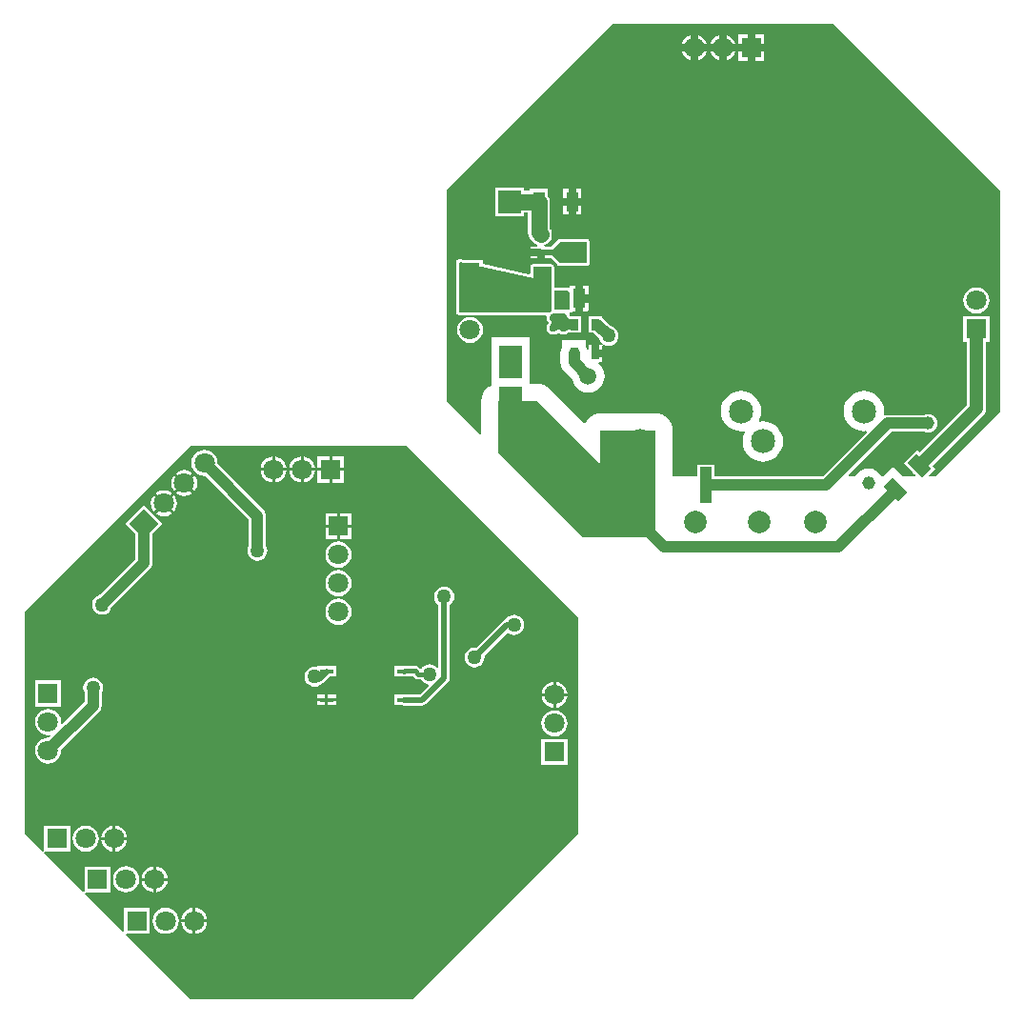
<source format=gbl>
G04 Layer_Physical_Order=2*
G04 Layer_Color=16711680*
%FSLAX44Y44*%
%MOMM*%
G71*
G01*
G75*
%ADD11R,1.1120X1.8034*%
%ADD20C,1.0000*%
%ADD21C,0.5000*%
%ADD22C,0.4000*%
%ADD24C,1.8000*%
%ADD25R,1.8000X1.8000*%
%ADD26P,2.5456X4X90.0*%
%ADD27R,1.8000X1.8000*%
%ADD28C,1.1684*%
%ADD29C,2.0000*%
%ADD30C,2.1590*%
%ADD31R,2.0000X2.0000*%
%ADD32R,2.0000X3.0000*%
%ADD33C,1.5000*%
%ADD34C,0.7000*%
%ADD35C,1.2700*%
%ADD36R,1.2080X0.4564*%
G04:AMPARAMS|DCode=37|XSize=1.112mm|YSize=1.8034mm|CornerRadius=0mm|HoleSize=0mm|Usage=FLASHONLY|Rotation=45.000|XOffset=0mm|YOffset=0mm|HoleType=Round|Shape=Rectangle|*
%AMROTATEDRECTD37*
4,1,4,0.2445,-1.0308,-1.0308,0.2445,-0.2445,1.0308,1.0308,-0.2445,0.2445,-1.0308,0.0*
%
%ADD37ROTATEDRECTD37*%

%ADD38R,1.0128X3.2004*%
%ADD39R,0.7000X1.0000*%
%ADD40R,1.3938X0.4826*%
%ADD41R,1.3938X0.5588*%
%ADD42C,1.2000*%
%ADD43C,1.4000*%
G36*
X871115Y723391D02*
Y526609D01*
X813506Y469000D01*
X808003D01*
X807517Y470173D01*
X813476Y476132D01*
X811395Y478214D01*
X856091Y522909D01*
X857460Y524693D01*
X858320Y526771D01*
X858614Y529000D01*
Y588460D01*
X861540D01*
Y611540D01*
X838460D01*
Y588460D01*
X841386D01*
Y532568D01*
X799214Y490395D01*
X797132Y492477D01*
X785677Y481021D01*
X791897Y474802D01*
X792117Y474270D01*
X793486Y472486D01*
X795270Y471117D01*
X795652Y470959D01*
X796103Y470243D01*
X795491Y469000D01*
X784609D01*
X775979Y477630D01*
X767348Y469000D01*
X765415D01*
X765217Y469476D01*
X763159Y472159D01*
X760476Y474217D01*
X757352Y475511D01*
X754000Y475953D01*
X750648Y475511D01*
X747523Y474217D01*
X744841Y472159D01*
X742783Y469476D01*
X742585Y469000D01*
X736652D01*
X736165Y470173D01*
X774420Y508428D01*
X803490D01*
X804845Y507867D01*
X807033Y507579D01*
X809221Y507867D01*
X811260Y508711D01*
X813011Y510055D01*
X814355Y511806D01*
X815199Y513845D01*
X815487Y516033D01*
X815199Y518221D01*
X814355Y520260D01*
X813011Y522011D01*
X811260Y523355D01*
X809221Y524199D01*
X807033Y524487D01*
X804845Y524199D01*
X803490Y523638D01*
X771270D01*
X769302Y523379D01*
X768752Y523151D01*
X768509Y523223D01*
X767700Y523853D01*
X767590Y524045D01*
X767881Y527000D01*
X767538Y530488D01*
X766520Y533843D01*
X764868Y536934D01*
X762644Y539644D01*
X759934Y541868D01*
X756843Y543520D01*
X753488Y544538D01*
X750000Y544881D01*
X746512Y544538D01*
X743157Y543520D01*
X740066Y541868D01*
X737356Y539644D01*
X735132Y536934D01*
X733480Y533843D01*
X732462Y530488D01*
X732119Y527000D01*
X732462Y523512D01*
X733480Y520157D01*
X735132Y517066D01*
X737356Y514356D01*
X740066Y512132D01*
X743157Y510480D01*
X746512Y509462D01*
X750000Y509119D01*
X752002Y509316D01*
X752579Y508097D01*
X713482Y469000D01*
X617544D01*
Y479542D01*
X602336D01*
Y469000D01*
X580073D01*
Y510000D01*
X579783Y512940D01*
X578925Y515768D01*
X577532Y518374D01*
X575658Y520658D01*
X573374Y522532D01*
X570768Y523925D01*
X567940Y524783D01*
X565000Y525073D01*
X516000D01*
X513060Y524783D01*
X510232Y523925D01*
X507626Y522532D01*
X505342Y520658D01*
X503468Y518374D01*
X502517Y516595D01*
X500954Y516362D01*
X470658Y546658D01*
X468374Y548532D01*
X465768Y549925D01*
X462940Y550783D01*
X460000Y551073D01*
X453000D01*
Y593000D01*
X419000D01*
Y549801D01*
X416626Y548532D01*
X414342Y546658D01*
X412468Y544374D01*
X411075Y541768D01*
X410217Y538941D01*
X409927Y536000D01*
Y506732D01*
X408754Y506246D01*
X378885Y536115D01*
Y723391D01*
X526609Y871115D01*
X723391D01*
X871115Y723391D01*
D02*
G37*
G36*
X513900Y482100D02*
X514730Y481270D01*
X516000Y480000D01*
X516000Y481000D01*
X516000Y481796D01*
Y481796D01*
Y481796D01*
X516000D01*
Y510000D01*
X565000D01*
Y417000D01*
Y415000D01*
X500000D01*
X425000Y490000D01*
Y536000D01*
X460000D01*
X513900Y482100D01*
D02*
G37*
G36*
X496115Y343885D02*
Y150877D01*
X349123Y3885D01*
X151609D01*
X121497Y33997D01*
X94257Y61237D01*
X94743Y62410D01*
X115490D01*
Y85490D01*
X92410D01*
Y64743D01*
X91237Y64257D01*
X57584Y97910D01*
X58110Y99180D01*
X80320D01*
Y122260D01*
X57240D01*
Y100049D01*
X55970Y99523D01*
X21314Y134180D01*
X21880Y135410D01*
X22485Y135410D01*
X44490D01*
Y158490D01*
X21410D01*
Y136574D01*
X21410Y135880D01*
X20180Y135314D01*
X3885Y151609D01*
Y348391D01*
X151609Y496115D01*
X343885D01*
X496115Y343885D01*
D02*
G37*
%LPC*%
G36*
X499058Y709500D02*
X494458D01*
Y701443D01*
X499058D01*
Y709500D01*
D02*
G37*
G36*
X487458D02*
X482858D01*
Y701443D01*
X487458D01*
Y709500D01*
D02*
G37*
G36*
Y724557D02*
X482858D01*
Y716500D01*
X487458D01*
Y724557D01*
D02*
G37*
G36*
X646500Y846500D02*
X638460D01*
Y838460D01*
X646500D01*
Y846500D01*
D02*
G37*
G36*
X499058Y724557D02*
X494458D01*
Y716500D01*
X499058D01*
Y724557D01*
D02*
G37*
G36*
X505058Y638557D02*
X500458D01*
Y630500D01*
X505058D01*
Y638557D01*
D02*
G37*
G36*
Y623500D02*
X500458D01*
Y615443D01*
X505058D01*
Y623500D01*
D02*
G37*
G36*
X447540Y725540D02*
X422460D01*
Y700460D01*
X447540D01*
Y703378D01*
X451420D01*
Y685735D01*
X451748Y683245D01*
X452146Y682283D01*
X452709Y680924D01*
X453568Y679804D01*
Y678747D01*
X454422D01*
X456273Y676896D01*
X458266Y675367D01*
X460107Y674604D01*
X459855Y673334D01*
X453568D01*
Y671500D01*
X463077D01*
Y668000D01*
X466577D01*
Y662666D01*
X469796D01*
X470046Y662616D01*
X472469D01*
X477800Y656848D01*
X477842Y656818D01*
X477871Y656775D01*
X478249Y656522D01*
X478618Y656254D01*
X478668Y656242D01*
X478711Y656213D01*
X479157Y656125D01*
X479600Y656018D01*
X479651Y656026D01*
X479702Y656016D01*
X504026D01*
X505017Y656213D01*
X505857Y656775D01*
X506419Y657615D01*
X506616Y658606D01*
Y677394D01*
X506419Y678385D01*
X505857Y679225D01*
X505017Y679787D01*
X504026Y679984D01*
X479702D01*
X479677Y679979D01*
X479652Y679983D01*
X479183Y679881D01*
X478711Y679787D01*
X478690Y679772D01*
X478665Y679767D01*
X478271Y679492D01*
X477871Y679225D01*
X477857Y679204D01*
X477836Y679190D01*
X472250Y673384D01*
X470046D01*
X469796Y673334D01*
X466299D01*
X466046Y674604D01*
X467888Y675367D01*
X469881Y676896D01*
X471301Y678747D01*
X472586D01*
Y682839D01*
X472699Y683700D01*
X472586Y684561D01*
Y688653D01*
X471301D01*
X470664Y689483D01*
Y713000D01*
X470336Y715490D01*
X469375Y717811D01*
X469142Y718115D01*
Y724557D01*
X452942D01*
Y722622D01*
X447540D01*
Y725540D01*
D02*
G37*
G36*
X459577Y664500D02*
X453568D01*
Y662666D01*
X459577D01*
Y664500D01*
D02*
G37*
G36*
X391281Y662348D02*
X390920Y662317D01*
X390556Y662327D01*
X390420Y662275D01*
X390275Y662263D01*
X389952Y662096D01*
X389613Y661966D01*
X389507Y661866D01*
X389377Y661798D01*
X389053Y661540D01*
X388460D01*
Y661067D01*
X388384Y661006D01*
X388290Y660894D01*
X388169Y660813D01*
X387967Y660511D01*
X387733Y660234D01*
X387688Y660095D01*
X387607Y659973D01*
X387537Y659617D01*
X387426Y659271D01*
X387439Y659125D01*
X387410Y658982D01*
Y615000D01*
X387607Y614009D01*
X388169Y613169D01*
X389009Y612607D01*
X390000Y612410D01*
X467026D01*
X468069Y611140D01*
X467842Y610000D01*
X468310Y607643D01*
X469645Y605645D01*
Y605355D01*
X468310Y603357D01*
X467842Y601000D01*
X468310Y598643D01*
X469645Y596645D01*
X471643Y595310D01*
X474000Y594842D01*
X476357Y595310D01*
X478355Y596645D01*
X478645D01*
X480643Y595310D01*
X483000Y594842D01*
X485357Y595310D01*
X487137Y596500D01*
X495960D01*
Y596460D01*
X498500D01*
Y596499D01*
X498501D01*
Y604000D01*
Y611501D01*
X498500D01*
Y611540D01*
X495960D01*
Y611500D01*
X488860D01*
X488689Y612357D01*
X488166Y613140D01*
X488845Y614410D01*
X488858D01*
X489849Y614607D01*
X490689Y615169D01*
X490872Y615443D01*
X493458D01*
Y627000D01*
Y638557D01*
X488858D01*
Y637341D01*
X488626Y637087D01*
X487588Y636473D01*
X487000Y636590D01*
X475142D01*
Y638557D01*
X474590D01*
Y655000D01*
X474393Y655991D01*
X473831Y656831D01*
X472991Y657393D01*
X472000Y657590D01*
X456000D01*
X455009Y657393D01*
X454800Y657253D01*
X453568D01*
Y655793D01*
X453410Y655000D01*
Y649262D01*
X452418Y648470D01*
X411540Y657760D01*
Y661540D01*
X394910D01*
X391567Y662300D01*
X391421Y662304D01*
X391281Y662348D01*
D02*
G37*
G36*
X661540Y846500D02*
X653500D01*
Y838460D01*
X661540D01*
Y846500D01*
D02*
G37*
G36*
X621100Y861041D02*
X618780Y860080D01*
X616370Y858230D01*
X614520Y855820D01*
X613559Y853500D01*
X621100D01*
Y861041D01*
D02*
G37*
G36*
X595700D02*
X593380Y860080D01*
X590970Y858230D01*
X589120Y855820D01*
X588159Y853500D01*
X595700D01*
Y861041D01*
D02*
G37*
G36*
X661540Y861540D02*
X653500D01*
Y853500D01*
X661540D01*
Y861540D01*
D02*
G37*
G36*
X628100Y861041D02*
Y853500D01*
X635641D01*
X634680Y855820D01*
X632830Y858230D01*
X630420Y860080D01*
X628100Y861041D01*
D02*
G37*
G36*
X602700D02*
Y853500D01*
X610241D01*
X609280Y855820D01*
X607430Y858230D01*
X605020Y860080D01*
X602700Y861041D01*
D02*
G37*
G36*
X621100Y846500D02*
X613559D01*
X614520Y844180D01*
X616370Y841770D01*
X618780Y839920D01*
X621100Y838959D01*
Y846500D01*
D02*
G37*
G36*
X595700D02*
X588159D01*
X589120Y844180D01*
X590970Y841770D01*
X593380Y839920D01*
X595700Y838959D01*
Y846500D01*
D02*
G37*
G36*
X610241D02*
X602700D01*
Y838959D01*
X605020Y839920D01*
X607430Y841770D01*
X609280Y844180D01*
X610241Y846500D01*
D02*
G37*
G36*
X646500Y861540D02*
X638460D01*
Y853500D01*
X646500D01*
Y861540D01*
D02*
G37*
G36*
X635641Y846500D02*
X628100D01*
Y838959D01*
X630420Y839920D01*
X632830Y841770D01*
X634680Y844180D01*
X635641Y846500D01*
D02*
G37*
G36*
X400000Y610840D02*
X396987Y610443D01*
X394180Y609280D01*
X391770Y607430D01*
X389920Y605020D01*
X388757Y602212D01*
X388360Y599200D01*
X388757Y596188D01*
X389920Y593380D01*
X391770Y590970D01*
X394180Y589120D01*
X396987Y587957D01*
X400000Y587560D01*
X403013Y587957D01*
X405820Y589120D01*
X408230Y590970D01*
X410080Y593380D01*
X411243Y596188D01*
X411640Y599200D01*
X411243Y602212D01*
X410080Y605020D01*
X408230Y607430D01*
X405820Y609280D01*
X403013Y610443D01*
X400000Y610840D01*
D02*
G37*
G36*
X492500Y590104D02*
X491713Y590000D01*
X482000D01*
Y584008D01*
X480809Y581133D01*
X480396Y578000D01*
Y570500D01*
X480809Y567367D01*
X482018Y564448D01*
X483941Y561941D01*
X490752Y555130D01*
X490873Y554215D01*
X492334Y550687D01*
X494658Y547659D01*
X497687Y545334D01*
X501214Y543873D01*
X505000Y543375D01*
X508785Y543873D01*
X512312Y545334D01*
X515341Y547659D01*
X517665Y550687D01*
X519127Y554215D01*
X519625Y558000D01*
X519127Y561785D01*
X517665Y565313D01*
X515341Y568341D01*
X514148Y569257D01*
X514556Y570460D01*
X517540D01*
Y574500D01*
X511500D01*
Y578000D01*
X508000D01*
Y585540D01*
X505460D01*
Y581224D01*
X504191Y581133D01*
X503000Y584008D01*
Y590000D01*
X493287D01*
X492500Y590104D01*
D02*
G37*
G36*
X850000Y637039D02*
X846987Y636643D01*
X844180Y635480D01*
X841770Y633630D01*
X839920Y631220D01*
X838757Y628413D01*
X838360Y625400D01*
X838757Y622388D01*
X839920Y619580D01*
X841770Y617170D01*
X844180Y615320D01*
X846987Y614157D01*
X850000Y613760D01*
X853012Y614157D01*
X855820Y615320D01*
X858230Y617170D01*
X860080Y619580D01*
X861243Y622388D01*
X861639Y625400D01*
X861243Y628413D01*
X860080Y631220D01*
X858230Y633630D01*
X855820Y635480D01*
X853012Y636643D01*
X850000Y637039D01*
D02*
G37*
G36*
X513000Y611605D02*
X512202Y611500D01*
X508040D01*
Y611540D01*
X505500D01*
Y611501D01*
X505499D01*
Y604798D01*
X505395Y604000D01*
X505499Y603202D01*
Y596499D01*
X505500D01*
Y596460D01*
X508040D01*
Y596500D01*
X509745D01*
X514305Y591940D01*
X514339Y591679D01*
X515235Y589517D01*
X516660Y587660D01*
X518033Y586606D01*
X517336Y585540D01*
X516335Y585540D01*
X515000D01*
Y581500D01*
X517540D01*
Y584307D01*
X517540Y585383D01*
X518517Y586235D01*
X519110Y585989D01*
X520679Y585339D01*
X523000Y585033D01*
X525321Y585339D01*
X527483Y586235D01*
X529340Y587660D01*
X530765Y589517D01*
X531661Y591679D01*
X531967Y594000D01*
X531661Y596321D01*
X530765Y598483D01*
X529340Y600340D01*
X527483Y601765D01*
X525321Y602661D01*
X525060Y602696D01*
X518378Y609378D01*
X517500Y610051D01*
Y611500D01*
X513798D01*
X513000Y611605D01*
D02*
G37*
G36*
X640800Y544881D02*
X637312Y544538D01*
X633957Y543520D01*
X630866Y541868D01*
X628156Y539644D01*
X625932Y536934D01*
X624280Y533843D01*
X623262Y530488D01*
X622919Y527000D01*
X623262Y523512D01*
X624280Y520157D01*
X625932Y517066D01*
X628156Y514356D01*
X630866Y512132D01*
X633957Y510480D01*
X637312Y509462D01*
X640800Y509119D01*
X643604Y509395D01*
X644404Y508198D01*
X643680Y506843D01*
X642663Y503488D01*
X642319Y500000D01*
X642663Y496511D01*
X643680Y493157D01*
X645332Y490066D01*
X647556Y487356D01*
X650266Y485132D01*
X653357Y483480D01*
X656712Y482462D01*
X660200Y482119D01*
X663688Y482462D01*
X667043Y483480D01*
X670134Y485132D01*
X672844Y487356D01*
X675068Y490066D01*
X676720Y493157D01*
X677738Y496511D01*
X678081Y500000D01*
X677738Y503488D01*
X676720Y506843D01*
X675068Y509934D01*
X672844Y512644D01*
X670134Y514868D01*
X667043Y516520D01*
X663688Y517537D01*
X660200Y517881D01*
X657396Y517605D01*
X656596Y518802D01*
X657320Y520157D01*
X658337Y523512D01*
X658681Y527000D01*
X658337Y530488D01*
X657320Y533843D01*
X655668Y536934D01*
X653444Y539644D01*
X650734Y541868D01*
X647643Y543520D01*
X644288Y544538D01*
X640800Y544881D01*
D02*
G37*
%LPD*%
G36*
X504026Y658606D02*
X479702D01*
X473602Y665206D01*
X470046D01*
Y670794D01*
X473352D01*
X479702Y677394D01*
X504026D01*
Y658606D01*
D02*
G37*
G36*
X456000Y645000D02*
Y655000D01*
X472000D01*
Y634000D01*
Y615760D01*
X471643Y615690D01*
X470611Y615000D01*
X390000D01*
Y658982D01*
X390993Y659774D01*
X456000Y645000D01*
D02*
G37*
G36*
X488858Y632142D02*
Y617000D01*
X475142D01*
Y634000D01*
X487000D01*
X488858Y632142D01*
D02*
G37*
G36*
X484000Y614000D02*
X485775Y612225D01*
X485867Y612053D01*
X486013Y611702D01*
X486250Y611346D01*
X486320Y610995D01*
X486418Y610759D01*
X486467Y610509D01*
X486609Y610297D01*
X486707Y610061D01*
X486887Y609881D01*
X487029Y609669D01*
X487241Y609527D01*
X487421Y609347D01*
X487657Y609249D01*
X487869Y609107D01*
X488119Y609058D01*
X488355Y608960D01*
X488610D01*
X488860Y608910D01*
X495911D01*
Y599090D01*
X487137D01*
X486887Y599040D01*
X486632D01*
X486396Y598942D01*
X486146Y598893D01*
X485934Y598751D01*
X485698Y598653D01*
X484346Y597750D01*
X483000Y597482D01*
X481654Y597750D01*
X480084Y598799D01*
X479849Y598896D01*
X479636Y599038D01*
X479386Y599088D01*
X479151Y599185D01*
X478896D01*
X478645Y599235D01*
X478355D01*
X478104Y599185D01*
X477849D01*
X477614Y599088D01*
X477364Y599038D01*
X477151Y598896D01*
X476916Y598799D01*
X475346Y597750D01*
X474000Y597482D01*
X472654Y597750D01*
X471512Y598512D01*
X470750Y599654D01*
X470482Y601000D01*
X470750Y602346D01*
X471799Y603916D01*
X471896Y604151D01*
X472038Y604364D01*
X472088Y604614D01*
X472185Y604849D01*
Y605104D01*
X472235Y605355D01*
Y605645D01*
X472185Y605896D01*
Y606151D01*
X472088Y606386D01*
X472038Y606637D01*
X471896Y606849D01*
X471799Y607084D01*
X470750Y608654D01*
X470482Y610000D01*
X470608Y610635D01*
Y610763D01*
X470646Y610886D01*
X470620Y611144D01*
X470617Y611655D01*
X471221Y612349D01*
X471602Y612607D01*
X471814Y612749D01*
X472050Y612847D01*
X472762Y613322D01*
X472991Y613368D01*
X473203Y613510D01*
X473439Y613607D01*
X473619Y613787D01*
X473831Y613929D01*
X473895Y614024D01*
X484000Y614000D01*
D02*
G37*
%LPC*%
G36*
X438999Y345966D02*
X436678Y345661D01*
X434516Y344765D01*
X432659Y343340D01*
X431509Y341842D01*
X431033Y341747D01*
X429366Y340633D01*
X405501Y316768D01*
X403999Y316966D01*
X401678Y316661D01*
X399516Y315765D01*
X397659Y314340D01*
X396234Y312483D01*
X395338Y310320D01*
X395033Y307999D01*
X395338Y305679D01*
X396234Y303516D01*
X397659Y301659D01*
X399516Y300234D01*
X401678Y299338D01*
X403999Y299033D01*
X406320Y299338D01*
X408483Y300234D01*
X410340Y301659D01*
X411765Y303516D01*
X412660Y305679D01*
X412966Y307999D01*
X412768Y309501D01*
X433376Y330109D01*
X434516Y329234D01*
X436678Y328338D01*
X438999Y328033D01*
X441320Y328338D01*
X443483Y329234D01*
X445340Y330659D01*
X446764Y332516D01*
X447660Y334679D01*
X447966Y336999D01*
X447660Y339320D01*
X446764Y341483D01*
X445340Y343340D01*
X443483Y344765D01*
X441320Y345661D01*
X438999Y345966D01*
D02*
G37*
G36*
X283000Y360240D02*
X279988Y359843D01*
X277180Y358680D01*
X274770Y356830D01*
X272920Y354420D01*
X271757Y351613D01*
X271360Y348600D01*
X271757Y345588D01*
X272920Y342780D01*
X274770Y340370D01*
X277180Y338520D01*
X279988Y337357D01*
X283000Y336960D01*
X286012Y337357D01*
X288820Y338520D01*
X291230Y340370D01*
X293080Y342780D01*
X294243Y345588D01*
X294639Y348600D01*
X294243Y351613D01*
X293080Y354420D01*
X291230Y356830D01*
X288820Y358680D01*
X286012Y359843D01*
X283000Y360240D01*
D02*
G37*
G36*
X110040Y443359D02*
X93720Y427039D01*
X102434Y418325D01*
Y395190D01*
X70940Y363695D01*
X70679Y363661D01*
X68517Y362765D01*
X66660Y361340D01*
X65235Y359483D01*
X64339Y357321D01*
X64033Y355000D01*
X64339Y352679D01*
X65235Y350517D01*
X66660Y348660D01*
X68517Y347235D01*
X70679Y346339D01*
X73000Y346033D01*
X75321Y346339D01*
X77483Y347235D01*
X79340Y348660D01*
X80765Y350517D01*
X81661Y352679D01*
X81695Y352940D01*
X115417Y386662D01*
X116626Y388237D01*
X117385Y390071D01*
X117645Y392039D01*
Y418325D01*
X126360Y427039D01*
X110040Y443359D01*
D02*
G37*
G36*
X283000Y385639D02*
X279988Y385243D01*
X277180Y384080D01*
X274770Y382230D01*
X272920Y379820D01*
X271757Y377012D01*
X271360Y374000D01*
X271757Y370987D01*
X272920Y368180D01*
X274770Y365770D01*
X277180Y363920D01*
X279988Y362757D01*
X283000Y362360D01*
X286012Y362757D01*
X288820Y363920D01*
X291230Y365770D01*
X293080Y368180D01*
X294243Y370987D01*
X294639Y374000D01*
X294243Y377012D01*
X293080Y379820D01*
X291230Y382230D01*
X288820Y384080D01*
X286012Y385243D01*
X283000Y385639D01*
D02*
G37*
G36*
X473780Y286222D02*
X472037Y285993D01*
X469230Y284830D01*
X466820Y282980D01*
X464970Y280570D01*
X463807Y277763D01*
X463578Y276020D01*
X473780D01*
Y286222D01*
D02*
G37*
G36*
X281163Y275122D02*
X273853D01*
Y271570D01*
X281163D01*
Y275122D01*
D02*
G37*
G36*
X271313D02*
X264003D01*
Y271570D01*
X271313D01*
Y275122D01*
D02*
G37*
G36*
X272583Y300839D02*
X270991Y300522D01*
X264003D01*
Y300522D01*
X263190Y299809D01*
X261999Y299966D01*
X259679Y299661D01*
X257516Y298765D01*
X255659Y297340D01*
X254234Y295483D01*
X253338Y293320D01*
X253033Y290999D01*
X253338Y288679D01*
X254234Y286516D01*
X255659Y284659D01*
X257516Y283234D01*
X259679Y282338D01*
X261999Y282033D01*
X264320Y282338D01*
X266483Y283234D01*
X267795Y284241D01*
X267849Y284252D01*
X269516Y285366D01*
X275028Y290878D01*
X281163D01*
Y300522D01*
X274175D01*
X272583Y300839D01*
D02*
G37*
G36*
X377000Y370967D02*
X374679Y370661D01*
X372517Y369765D01*
X370660Y368340D01*
X369235Y366483D01*
X368339Y364321D01*
X368033Y362000D01*
X368339Y359679D01*
X369235Y357517D01*
X370660Y355660D01*
X371861Y354738D01*
Y299443D01*
X370591Y299012D01*
X370340Y299340D01*
X368483Y300765D01*
X366320Y301661D01*
X363999Y301966D01*
X361679Y301661D01*
X359516Y300765D01*
X357659Y299340D01*
X356893Y298341D01*
X355297Y298249D01*
X354273Y299273D01*
X352771Y300277D01*
X351000Y300629D01*
X351000Y300629D01*
X341717D01*
X341717Y300629D01*
X341179Y300522D01*
X332837D01*
Y290878D01*
X349576D01*
X350727Y289726D01*
X350727Y289726D01*
X352229Y288723D01*
X354001Y288370D01*
X356346D01*
X357659Y286659D01*
X359516Y285234D01*
X361679Y284338D01*
X362464Y284235D01*
X362873Y283032D01*
X355279Y275439D01*
X341417D01*
X339825Y275122D01*
X332837D01*
Y265478D01*
X339825D01*
X341417Y265161D01*
X357408D01*
X359374Y265553D01*
X361041Y266666D01*
X380634Y286259D01*
X381748Y287926D01*
X382139Y289892D01*
Y354738D01*
X383340Y355660D01*
X384765Y357517D01*
X385661Y359679D01*
X385967Y362000D01*
X385661Y364321D01*
X384765Y366483D01*
X383340Y368340D01*
X381483Y369765D01*
X379321Y370661D01*
X377000Y370967D01*
D02*
G37*
G36*
X476320Y286222D02*
Y276020D01*
X486522D01*
X486293Y277763D01*
X485130Y280570D01*
X483280Y282980D01*
X480870Y284830D01*
X478063Y285993D01*
X476320Y286222D01*
D02*
G37*
G36*
X128000Y443204D02*
X120786Y435990D01*
X122180Y434920D01*
X124987Y433757D01*
X128000Y433360D01*
X131012Y433757D01*
X133820Y434920D01*
X135214Y435990D01*
X128000Y443204D01*
D02*
G37*
G36*
X294540Y436340D02*
X284270D01*
Y426070D01*
X294540D01*
Y436340D01*
D02*
G37*
G36*
X137010Y452214D02*
X129796Y445000D01*
X137010Y437786D01*
X138080Y439180D01*
X139243Y441987D01*
X139640Y445000D01*
X139243Y448013D01*
X138080Y450820D01*
X137010Y452214D01*
D02*
G37*
G36*
X128000Y456640D02*
X124987Y456243D01*
X122180Y455080D01*
X120786Y454010D01*
X128000Y446796D01*
X135214Y454010D01*
X133820Y455080D01*
X131012Y456243D01*
X128000Y456640D01*
D02*
G37*
G36*
X118990Y452214D02*
X117920Y450820D01*
X116757Y448013D01*
X116360Y445000D01*
X116757Y441987D01*
X117920Y439180D01*
X118990Y437786D01*
X126204Y445000D01*
X118990Y452214D01*
D02*
G37*
G36*
X163921Y492561D02*
X160909Y492164D01*
X158101Y491001D01*
X155691Y489151D01*
X153841Y486741D01*
X152678Y483934D01*
X152282Y480921D01*
X152678Y477909D01*
X153841Y475101D01*
X155691Y472691D01*
X158101Y470841D01*
X160909Y469678D01*
X163921Y469282D01*
X164702Y469384D01*
X203395Y430692D01*
Y407692D01*
X203235Y407483D01*
X202339Y405321D01*
X202033Y403000D01*
X202339Y400679D01*
X203235Y398517D01*
X204660Y396660D01*
X206517Y395235D01*
X208679Y394339D01*
X211000Y394033D01*
X213321Y394339D01*
X215483Y395235D01*
X217340Y396660D01*
X218765Y398517D01*
X219661Y400679D01*
X219967Y403000D01*
X219661Y405321D01*
X218765Y407483D01*
X218605Y407692D01*
Y433842D01*
X218346Y435810D01*
X217901Y436885D01*
X217586Y437645D01*
X216378Y439220D01*
X175458Y480140D01*
X175561Y480921D01*
X175164Y483934D01*
X174001Y486741D01*
X172151Y489151D01*
X169741Y491001D01*
X166934Y492164D01*
X163921Y492561D01*
D02*
G37*
G36*
X283000Y411040D02*
X279988Y410643D01*
X277180Y409480D01*
X274770Y407630D01*
X272920Y405220D01*
X271757Y402413D01*
X271360Y399400D01*
X271757Y396387D01*
X272920Y393580D01*
X274770Y391170D01*
X277180Y389320D01*
X279988Y388157D01*
X283000Y387761D01*
X286012Y388157D01*
X288820Y389320D01*
X291230Y391170D01*
X293080Y393580D01*
X294243Y396387D01*
X294639Y399400D01*
X294243Y402413D01*
X293080Y405220D01*
X291230Y407630D01*
X288820Y409480D01*
X286012Y410643D01*
X283000Y411040D01*
D02*
G37*
G36*
X281730Y423530D02*
X271460D01*
Y413260D01*
X281730D01*
Y423530D01*
D02*
G37*
G36*
Y436340D02*
X271460D01*
Y426070D01*
X281730D01*
Y436340D01*
D02*
G37*
G36*
X294540Y423530D02*
X284270D01*
Y413260D01*
X294540D01*
Y423530D01*
D02*
G37*
G36*
X281163Y269030D02*
X273853D01*
Y265478D01*
X281163D01*
Y269030D01*
D02*
G37*
G36*
X131053Y109450D02*
X120850D01*
Y99247D01*
X122593Y99477D01*
X125400Y100639D01*
X127811Y102489D01*
X129661Y104900D01*
X130823Y107707D01*
X131053Y109450D01*
D02*
G37*
G36*
X118310D02*
X108108D01*
X108337Y107707D01*
X109500Y104900D01*
X111350Y102489D01*
X113761Y100639D01*
X116568Y99477D01*
X118310Y99247D01*
Y109450D01*
D02*
G37*
G36*
Y122192D02*
X116568Y121962D01*
X113761Y120800D01*
X111350Y118950D01*
X109500Y116539D01*
X108337Y113732D01*
X108108Y111990D01*
X118310D01*
Y122192D01*
D02*
G37*
G36*
X58350Y158590D02*
X55338Y158193D01*
X52530Y157030D01*
X50120Y155180D01*
X48270Y152770D01*
X47107Y149963D01*
X46710Y146950D01*
X47107Y143938D01*
X48270Y141130D01*
X50120Y138720D01*
X52530Y136870D01*
X55338Y135707D01*
X58350Y135310D01*
X61363Y135707D01*
X64170Y136870D01*
X66580Y138720D01*
X68430Y141130D01*
X69593Y143938D01*
X69990Y146950D01*
X69593Y149963D01*
X68430Y152770D01*
X66580Y155180D01*
X64170Y157030D01*
X61363Y158193D01*
X58350Y158590D01*
D02*
G37*
G36*
X120850Y122192D02*
Y111990D01*
X131053D01*
X130823Y113732D01*
X129661Y116539D01*
X127811Y118950D01*
X125400Y120800D01*
X122593Y121962D01*
X120850Y122192D01*
D02*
G37*
G36*
X94180Y122359D02*
X91168Y121962D01*
X88361Y120800D01*
X85950Y118950D01*
X84100Y116539D01*
X82937Y113732D01*
X82541Y110720D01*
X82937Y107707D01*
X84100Y104900D01*
X85950Y102489D01*
X88361Y100639D01*
X91168Y99477D01*
X94180Y99080D01*
X97193Y99477D01*
X100000Y100639D01*
X102411Y102489D01*
X104261Y104900D01*
X105423Y107707D01*
X105820Y110720D01*
X105423Y113732D01*
X104261Y116539D01*
X102411Y118950D01*
X100000Y120800D01*
X97193Y121962D01*
X94180Y122359D01*
D02*
G37*
G36*
X153480Y72680D02*
X143278D01*
X143507Y70938D01*
X144670Y68130D01*
X146520Y65720D01*
X148930Y63870D01*
X151737Y62707D01*
X153480Y62478D01*
Y72680D01*
D02*
G37*
G36*
X129350Y85590D02*
X126337Y85193D01*
X123530Y84030D01*
X121120Y82180D01*
X119270Y79770D01*
X118107Y76963D01*
X117710Y73950D01*
X118107Y70938D01*
X119270Y68130D01*
X121120Y65720D01*
X123530Y63870D01*
X126337Y62707D01*
X129350Y62311D01*
X132362Y62707D01*
X135170Y63870D01*
X137580Y65720D01*
X139430Y68130D01*
X140593Y70938D01*
X140990Y73950D01*
X140593Y76963D01*
X139430Y79770D01*
X137580Y82180D01*
X135170Y84030D01*
X132362Y85193D01*
X129350Y85590D01*
D02*
G37*
G36*
X166222Y72680D02*
X156020D01*
Y62478D01*
X157762Y62707D01*
X160570Y63870D01*
X162980Y65720D01*
X164830Y68130D01*
X165993Y70938D01*
X166222Y72680D01*
D02*
G37*
G36*
X156020Y85422D02*
Y75220D01*
X166222D01*
X165993Y76963D01*
X164830Y79770D01*
X162980Y82180D01*
X160570Y84030D01*
X157762Y85193D01*
X156020Y85422D01*
D02*
G37*
G36*
X153480D02*
X151737Y85193D01*
X148930Y84030D01*
X146520Y82180D01*
X144670Y79770D01*
X143507Y76963D01*
X143278Y75220D01*
X153480D01*
Y85422D01*
D02*
G37*
G36*
X473780Y273480D02*
X463578D01*
X463807Y271737D01*
X464970Y268930D01*
X466820Y266520D01*
X469230Y264670D01*
X472037Y263507D01*
X473780Y263278D01*
Y273480D01*
D02*
G37*
G36*
X65000Y289967D02*
X62679Y289661D01*
X60517Y288765D01*
X58660Y287340D01*
X57235Y285483D01*
X56339Y283321D01*
X56033Y281000D01*
X56339Y278679D01*
X57235Y276517D01*
X57395Y276308D01*
Y268450D01*
X37609Y248664D01*
X36406Y249258D01*
X36590Y250650D01*
X36193Y253663D01*
X35030Y256470D01*
X33180Y258880D01*
X30770Y260730D01*
X27963Y261893D01*
X24950Y262290D01*
X21937Y261893D01*
X19130Y260730D01*
X16720Y258880D01*
X14870Y256470D01*
X13707Y253663D01*
X13311Y250650D01*
X13707Y247638D01*
X14870Y244830D01*
X16720Y242420D01*
X19130Y240570D01*
X21937Y239407D01*
X24950Y239011D01*
X26342Y239194D01*
X26936Y237991D01*
X25731Y236787D01*
X24950Y236890D01*
X21937Y236493D01*
X19130Y235330D01*
X16720Y233480D01*
X14870Y231070D01*
X13707Y228263D01*
X13311Y225250D01*
X13707Y222237D01*
X14870Y219430D01*
X16720Y217020D01*
X19130Y215170D01*
X21937Y214007D01*
X24950Y213610D01*
X27963Y214007D01*
X30770Y215170D01*
X33180Y217020D01*
X35030Y219430D01*
X36193Y222237D01*
X36590Y225250D01*
X36487Y226031D01*
X70378Y259922D01*
X71586Y261497D01*
X72346Y263332D01*
X72605Y265300D01*
Y276308D01*
X72765Y276517D01*
X73661Y278679D01*
X73967Y281000D01*
X73661Y283321D01*
X72765Y285483D01*
X71340Y287340D01*
X69483Y288765D01*
X67321Y289661D01*
X65000Y289967D01*
D02*
G37*
G36*
X486522Y273480D02*
X476320D01*
Y263278D01*
X478063Y263507D01*
X480870Y264670D01*
X483280Y266520D01*
X485130Y268930D01*
X486293Y271737D01*
X486522Y273480D01*
D02*
G37*
G36*
X271313Y269030D02*
X264003D01*
Y265478D01*
X271313D01*
Y269030D01*
D02*
G37*
G36*
X36490Y287590D02*
X13410D01*
Y264510D01*
X36490D01*
Y287590D01*
D02*
G37*
G36*
X475050Y260989D02*
X472037Y260593D01*
X469230Y259430D01*
X466820Y257580D01*
X464970Y255170D01*
X463807Y252362D01*
X463410Y249350D01*
X463807Y246338D01*
X464970Y243530D01*
X466820Y241120D01*
X469230Y239270D01*
X472037Y238107D01*
X475050Y237710D01*
X478063Y238107D01*
X480870Y239270D01*
X483280Y241120D01*
X485130Y243530D01*
X486293Y246338D01*
X486689Y249350D01*
X486293Y252362D01*
X485130Y255170D01*
X483280Y257580D01*
X480870Y259430D01*
X478063Y260593D01*
X475050Y260989D01*
D02*
G37*
G36*
X95222Y145680D02*
X85020D01*
Y135478D01*
X86763Y135707D01*
X89570Y136870D01*
X91980Y138720D01*
X93830Y141130D01*
X94993Y143938D01*
X95222Y145680D01*
D02*
G37*
G36*
X82480D02*
X72278D01*
X72507Y143938D01*
X73670Y141130D01*
X75520Y138720D01*
X77930Y136870D01*
X80737Y135707D01*
X82480Y135478D01*
Y145680D01*
D02*
G37*
G36*
Y158422D02*
X80737Y158193D01*
X77930Y157030D01*
X75520Y155180D01*
X73670Y152770D01*
X72507Y149963D01*
X72278Y148220D01*
X82480D01*
Y158422D01*
D02*
G37*
G36*
X486590Y235490D02*
X463510D01*
Y212410D01*
X486590D01*
Y235490D01*
D02*
G37*
G36*
X85020Y158422D02*
Y148220D01*
X95222D01*
X94993Y149963D01*
X93830Y152770D01*
X91980Y155180D01*
X89570Y157030D01*
X86763Y158193D01*
X85020Y158422D01*
D02*
G37*
G36*
X145961Y461165D02*
X138746Y453950D01*
X140141Y452880D01*
X142948Y451718D01*
X145961Y451321D01*
X148973Y451718D01*
X151780Y452880D01*
X153175Y453950D01*
X145961Y461165D01*
D02*
G37*
G36*
Y474600D02*
X142948Y474203D01*
X140141Y473041D01*
X138746Y471971D01*
X145961Y464757D01*
X153175Y471971D01*
X151780Y473041D01*
X148973Y474203D01*
X145961Y474600D01*
D02*
G37*
G36*
X262122Y473780D02*
X251920D01*
Y463578D01*
X253663Y463807D01*
X256470Y464970D01*
X258880Y466820D01*
X260730Y469230D01*
X261893Y472037D01*
X262122Y473780D01*
D02*
G37*
G36*
X236722D02*
X226520D01*
Y463578D01*
X228263Y463807D01*
X231070Y464970D01*
X233480Y466820D01*
X235330Y469230D01*
X236493Y472037D01*
X236722Y473780D01*
D02*
G37*
G36*
X223980Y486522D02*
X222237Y486293D01*
X219430Y485130D01*
X217020Y483280D01*
X215170Y480870D01*
X214007Y478063D01*
X213778Y476320D01*
X223980D01*
Y486522D01*
D02*
G37*
G36*
X249380D02*
X247638Y486293D01*
X244830Y485130D01*
X242420Y483280D01*
X240570Y480870D01*
X239407Y478063D01*
X239178Y476320D01*
X249380D01*
Y486522D01*
D02*
G37*
G36*
X274780Y486590D02*
X264510D01*
Y476320D01*
X274780D01*
Y486590D01*
D02*
G37*
G36*
Y473780D02*
X264510D01*
Y463510D01*
X274780D01*
Y473780D01*
D02*
G37*
G36*
X136950Y470175D02*
X135880Y468780D01*
X134718Y465973D01*
X134321Y462961D01*
X134718Y459948D01*
X135880Y457141D01*
X136950Y455746D01*
X144164Y462961D01*
X136950Y470175D01*
D02*
G37*
G36*
X154971Y470175D02*
X147757Y462961D01*
X154971Y455746D01*
X156041Y457141D01*
X157203Y459948D01*
X157600Y462961D01*
X157203Y465973D01*
X156041Y468780D01*
X154971Y470175D01*
D02*
G37*
G36*
X249380Y473780D02*
X239178D01*
X239407Y472037D01*
X240570Y469230D01*
X242420Y466820D01*
X244830Y464970D01*
X247638Y463807D01*
X249380Y463578D01*
Y473780D01*
D02*
G37*
G36*
X223980D02*
X213778D01*
X214007Y472037D01*
X215170Y469230D01*
X217020Y466820D01*
X219430Y464970D01*
X222237Y463807D01*
X223980Y463578D01*
Y473780D01*
D02*
G37*
G36*
X287590D02*
X277320D01*
Y463510D01*
X287590D01*
Y473780D01*
D02*
G37*
G36*
X251920Y486522D02*
Y476320D01*
X262122D01*
X261893Y478063D01*
X260730Y480870D01*
X258880Y483280D01*
X256470Y485130D01*
X253663Y486293D01*
X251920Y486522D01*
D02*
G37*
G36*
X287590Y486590D02*
X277320D01*
Y476320D01*
X287590D01*
Y486590D01*
D02*
G37*
G36*
X226520Y486522D02*
Y476320D01*
X236722D01*
X236493Y478063D01*
X235330Y480870D01*
X233480Y483280D01*
X231070Y485130D01*
X228263Y486293D01*
X226520Y486522D01*
D02*
G37*
%LPD*%
D11*
X461042Y713000D02*
D03*
X490958D02*
D03*
X467042Y627000D02*
D03*
X496958D02*
D03*
D20*
X110040Y392039D02*
Y427039D01*
X73000Y355000D02*
X110040Y392039D01*
X163921Y480921D02*
X211000Y433842D01*
Y403000D02*
Y433842D01*
X513000Y604000D02*
X523000Y594000D01*
X771270Y516033D02*
X807033D01*
X716237Y461000D02*
X771270Y516033D01*
X609940Y461000D02*
X716237D01*
X24950Y225250D02*
X65000Y265300D01*
Y281000D01*
X572000Y406000D02*
X727000D01*
X550000Y428000D02*
X572000Y406000D01*
X492500Y570500D02*
Y578000D01*
Y570500D02*
X505000Y558000D01*
X727000Y406000D02*
X778500Y457500D01*
D21*
X341417Y270300D02*
X357408D01*
X377000Y289892D02*
Y362000D01*
X357408Y270300D02*
X377000Y289892D01*
X432999Y336999D02*
X438999D01*
X403999Y307999D02*
X432999Y336999D01*
X265882Y288999D02*
X272583Y295700D01*
X263882Y290999D02*
X265882Y288999D01*
X261999Y290999D02*
X263882D01*
D22*
X341417Y295700D02*
X341717Y296000D01*
X351000D01*
X354001Y292999D01*
X363999D01*
D24*
X250650Y475050D02*
D03*
X225250D02*
D03*
X128000Y445000D02*
D03*
X145961Y462961D02*
D03*
X163921Y480921D02*
D03*
X283000Y399400D02*
D03*
Y374000D02*
D03*
Y348600D02*
D03*
X475050Y249350D02*
D03*
Y274750D02*
D03*
X624600Y850000D02*
D03*
X599200D02*
D03*
X400000Y624600D02*
D03*
Y599200D02*
D03*
X850000Y625400D02*
D03*
Y650800D02*
D03*
X24950Y250650D02*
D03*
Y225250D02*
D03*
X58350Y146950D02*
D03*
X83750D02*
D03*
X94180Y110720D02*
D03*
X119580D02*
D03*
X129350Y73950D02*
D03*
X154750D02*
D03*
D25*
X276050Y475050D02*
D03*
X650000Y850000D02*
D03*
X32950Y146950D02*
D03*
X68780Y110720D02*
D03*
X103950Y73950D02*
D03*
D26*
X110040Y427039D02*
D03*
D27*
X283000Y424800D02*
D03*
X475050Y223950D02*
D03*
X400000Y650000D02*
D03*
X850000Y600000D02*
D03*
X24950Y276050D02*
D03*
D28*
X807033Y516033D02*
D03*
X754000Y463000D02*
D03*
D29*
X657000Y428000D02*
D03*
X707000D02*
D03*
X550000D02*
D03*
X600000D02*
D03*
D30*
X660200Y500000D02*
D03*
X605600D02*
D03*
X551000D02*
D03*
X750000Y527000D02*
D03*
X695400D02*
D03*
X640800D02*
D03*
D31*
X435000Y738000D02*
D03*
X435000Y713000D02*
D03*
D32*
X436000Y534000D02*
D03*
Y571000D02*
D03*
D33*
X505000Y558000D02*
D03*
D34*
X166000Y458000D02*
D03*
X521000Y579000D02*
D03*
X545000Y580000D02*
D03*
X508000Y615000D02*
D03*
X503000Y713000D02*
D03*
X497000Y642000D02*
D03*
X508000Y627000D02*
D03*
X130000Y420000D02*
D03*
X90000D02*
D03*
X170000Y320000D02*
D03*
X150000Y300000D02*
D03*
X130000Y280000D02*
D03*
X290000Y220000D02*
D03*
X273000Y205000D02*
D03*
X289000Y192000D02*
D03*
X273000Y179000D02*
D03*
X248000Y210000D02*
D03*
X247000Y184000D02*
D03*
X230000Y200000D02*
D03*
Y220000D02*
D03*
X290000Y250000D02*
D03*
Y280000D02*
D03*
Y310000D02*
D03*
X310000D02*
D03*
Y330000D02*
D03*
Y380000D02*
D03*
Y400000D02*
D03*
X273000Y254000D02*
D03*
X474000Y601000D02*
D03*
Y610000D02*
D03*
X483000Y601000D02*
D03*
Y610000D02*
D03*
X325000Y310000D02*
D03*
Y330000D02*
D03*
Y400000D02*
D03*
Y380000D02*
D03*
D35*
X211000Y403000D02*
D03*
X363999Y292999D02*
D03*
X377000Y362000D02*
D03*
X438999Y336999D02*
D03*
X403999Y307999D02*
D03*
X523000Y594000D02*
D03*
X65000Y281000D02*
D03*
X261999Y290999D02*
D03*
X73000Y355000D02*
D03*
X75000Y186000D02*
D03*
D36*
X341417Y295700D02*
D03*
Y270300D02*
D03*
X272583Y270300D02*
D03*
Y295700D02*
D03*
D37*
X799577Y478577D02*
D03*
X778423Y457423D02*
D03*
D38*
X609940Y461000D02*
D03*
X552060D02*
D03*
D39*
X511500Y578000D02*
D03*
Y604000D02*
D03*
X502000D02*
D03*
X492500D02*
D03*
Y578000D02*
D03*
D40*
X463077Y652300D02*
D03*
Y683700D02*
D03*
D41*
Y668000D02*
D03*
D42*
X850000Y529000D02*
Y599600D01*
X799577Y478577D02*
X850000Y529000D01*
D43*
X435000Y713000D02*
X461042D01*
Y685735D02*
Y713000D01*
Y685735D02*
X463077Y683700D01*
M02*

</source>
